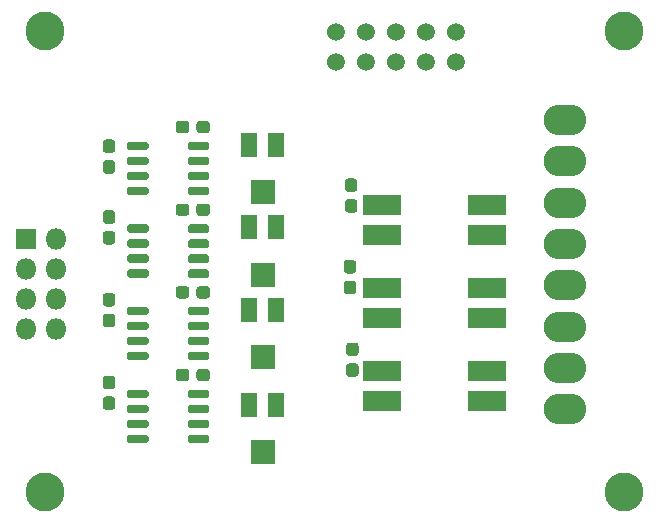
<source format=gbr>
%TF.GenerationSoftware,KiCad,Pcbnew,5.1.6-c6e7f7d~87~ubuntu18.04.1*%
%TF.CreationDate,2022-03-05T00:13:30+01:00*%
%TF.ProjectId,door_ext_photorelay,646f6f72-5f65-4787-945f-70686f746f72,rev?*%
%TF.SameCoordinates,Original*%
%TF.FileFunction,Soldermask,Top*%
%TF.FilePolarity,Negative*%
%FSLAX46Y46*%
G04 Gerber Fmt 4.6, Leading zero omitted, Abs format (unit mm)*
G04 Created by KiCad (PCBNEW 5.1.6-c6e7f7d~87~ubuntu18.04.1) date 2022-03-05 00:13:30*
%MOMM*%
%LPD*%
G01*
G04 APERTURE LIST*
%ADD10R,1.800000X1.800000*%
%ADD11O,1.800000X1.800000*%
%ADD12C,1.522400*%
%ADD13O,3.600000X2.600000*%
%ADD14R,1.400000X2.100000*%
%ADD15R,2.100000X2.100000*%
%ADD16R,3.200000X1.700000*%
%ADD17C,3.300000*%
G04 APERTURE END LIST*
%TO.C,C1*%
G36*
G01*
X141950000Y-65837500D02*
X141950000Y-66362500D01*
G75*
G02*
X141687500Y-66625000I-262500J0D01*
G01*
X141062500Y-66625000D01*
G75*
G02*
X140800000Y-66362500I0J262500D01*
G01*
X140800000Y-65837500D01*
G75*
G02*
X141062500Y-65575000I262500J0D01*
G01*
X141687500Y-65575000D01*
G75*
G02*
X141950000Y-65837500I0J-262500D01*
G01*
G37*
G36*
G01*
X140200000Y-65837500D02*
X140200000Y-66362500D01*
G75*
G02*
X139937500Y-66625000I-262500J0D01*
G01*
X139312500Y-66625000D01*
G75*
G02*
X139050000Y-66362500I0J262500D01*
G01*
X139050000Y-65837500D01*
G75*
G02*
X139312500Y-65575000I262500J0D01*
G01*
X139937500Y-65575000D01*
G75*
G02*
X140200000Y-65837500I0J-262500D01*
G01*
G37*
%TD*%
%TO.C,C2*%
G36*
G01*
X140200000Y-51837500D02*
X140200000Y-52362500D01*
G75*
G02*
X139937500Y-52625000I-262500J0D01*
G01*
X139312500Y-52625000D01*
G75*
G02*
X139050000Y-52362500I0J262500D01*
G01*
X139050000Y-51837500D01*
G75*
G02*
X139312500Y-51575000I262500J0D01*
G01*
X139937500Y-51575000D01*
G75*
G02*
X140200000Y-51837500I0J-262500D01*
G01*
G37*
G36*
G01*
X141950000Y-51837500D02*
X141950000Y-52362500D01*
G75*
G02*
X141687500Y-52625000I-262500J0D01*
G01*
X141062500Y-52625000D01*
G75*
G02*
X140800000Y-52362500I0J262500D01*
G01*
X140800000Y-51837500D01*
G75*
G02*
X141062500Y-51575000I262500J0D01*
G01*
X141687500Y-51575000D01*
G75*
G02*
X141950000Y-51837500I0J-262500D01*
G01*
G37*
%TD*%
%TO.C,C3*%
G36*
G01*
X141950000Y-44837500D02*
X141950000Y-45362500D01*
G75*
G02*
X141687500Y-45625000I-262500J0D01*
G01*
X141062500Y-45625000D01*
G75*
G02*
X140800000Y-45362500I0J262500D01*
G01*
X140800000Y-44837500D01*
G75*
G02*
X141062500Y-44575000I262500J0D01*
G01*
X141687500Y-44575000D01*
G75*
G02*
X141950000Y-44837500I0J-262500D01*
G01*
G37*
G36*
G01*
X140200000Y-44837500D02*
X140200000Y-45362500D01*
G75*
G02*
X139937500Y-45625000I-262500J0D01*
G01*
X139312500Y-45625000D01*
G75*
G02*
X139050000Y-45362500I0J262500D01*
G01*
X139050000Y-44837500D01*
G75*
G02*
X139312500Y-44575000I262500J0D01*
G01*
X139937500Y-44575000D01*
G75*
G02*
X140200000Y-44837500I0J-262500D01*
G01*
G37*
%TD*%
%TO.C,C4*%
G36*
G01*
X140200000Y-58837500D02*
X140200000Y-59362500D01*
G75*
G02*
X139937500Y-59625000I-262500J0D01*
G01*
X139312500Y-59625000D01*
G75*
G02*
X139050000Y-59362500I0J262500D01*
G01*
X139050000Y-58837500D01*
G75*
G02*
X139312500Y-58575000I262500J0D01*
G01*
X139937500Y-58575000D01*
G75*
G02*
X140200000Y-58837500I0J-262500D01*
G01*
G37*
G36*
G01*
X141950000Y-58837500D02*
X141950000Y-59362500D01*
G75*
G02*
X141687500Y-59625000I-262500J0D01*
G01*
X141062500Y-59625000D01*
G75*
G02*
X140800000Y-59362500I0J262500D01*
G01*
X140800000Y-58837500D01*
G75*
G02*
X141062500Y-58575000I262500J0D01*
G01*
X141687500Y-58575000D01*
G75*
G02*
X141950000Y-58837500I0J-262500D01*
G01*
G37*
%TD*%
D10*
%TO.C,J1*%
X126400000Y-54600000D03*
D11*
X128940000Y-54600000D03*
X126400000Y-57140000D03*
X128940000Y-57140000D03*
X126400000Y-59680000D03*
X128940000Y-59680000D03*
X126400000Y-62220000D03*
X128940000Y-62220000D03*
%TD*%
D12*
%TO.C,J2*%
X162780000Y-37030000D03*
X162780000Y-39570000D03*
X160240000Y-37030000D03*
X160240000Y-39570000D03*
X157700000Y-37030000D03*
X157700000Y-39570000D03*
X155160000Y-37030000D03*
X155160000Y-39570000D03*
X152620000Y-37030000D03*
X152620000Y-39570000D03*
%TD*%
D13*
%TO.C,J3*%
X172000000Y-69000000D03*
X172000000Y-65502420D03*
X172000000Y-62002300D03*
X172000000Y-58502180D03*
X172000000Y-55000000D03*
X172000000Y-51500000D03*
X172000000Y-48000000D03*
X172000000Y-44500000D03*
%TD*%
%TO.C,R1*%
G36*
G01*
X133137500Y-47900000D02*
X133662500Y-47900000D01*
G75*
G02*
X133925000Y-48162500I0J-262500D01*
G01*
X133925000Y-48787500D01*
G75*
G02*
X133662500Y-49050000I-262500J0D01*
G01*
X133137500Y-49050000D01*
G75*
G02*
X132875000Y-48787500I0J262500D01*
G01*
X132875000Y-48162500D01*
G75*
G02*
X133137500Y-47900000I262500J0D01*
G01*
G37*
G36*
G01*
X133137500Y-46150000D02*
X133662500Y-46150000D01*
G75*
G02*
X133925000Y-46412500I0J-262500D01*
G01*
X133925000Y-47037500D01*
G75*
G02*
X133662500Y-47300000I-262500J0D01*
G01*
X133137500Y-47300000D01*
G75*
G02*
X132875000Y-47037500I0J262500D01*
G01*
X132875000Y-46412500D01*
G75*
G02*
X133137500Y-46150000I262500J0D01*
G01*
G37*
%TD*%
%TO.C,R2*%
G36*
G01*
X133137500Y-52150000D02*
X133662500Y-52150000D01*
G75*
G02*
X133925000Y-52412500I0J-262500D01*
G01*
X133925000Y-53037500D01*
G75*
G02*
X133662500Y-53300000I-262500J0D01*
G01*
X133137500Y-53300000D01*
G75*
G02*
X132875000Y-53037500I0J262500D01*
G01*
X132875000Y-52412500D01*
G75*
G02*
X133137500Y-52150000I262500J0D01*
G01*
G37*
G36*
G01*
X133137500Y-53900000D02*
X133662500Y-53900000D01*
G75*
G02*
X133925000Y-54162500I0J-262500D01*
G01*
X133925000Y-54787500D01*
G75*
G02*
X133662500Y-55050000I-262500J0D01*
G01*
X133137500Y-55050000D01*
G75*
G02*
X132875000Y-54787500I0J262500D01*
G01*
X132875000Y-54162500D01*
G75*
G02*
X133137500Y-53900000I262500J0D01*
G01*
G37*
%TD*%
%TO.C,R3*%
G36*
G01*
X133137500Y-60900000D02*
X133662500Y-60900000D01*
G75*
G02*
X133925000Y-61162500I0J-262500D01*
G01*
X133925000Y-61787500D01*
G75*
G02*
X133662500Y-62050000I-262500J0D01*
G01*
X133137500Y-62050000D01*
G75*
G02*
X132875000Y-61787500I0J262500D01*
G01*
X132875000Y-61162500D01*
G75*
G02*
X133137500Y-60900000I262500J0D01*
G01*
G37*
G36*
G01*
X133137500Y-59150000D02*
X133662500Y-59150000D01*
G75*
G02*
X133925000Y-59412500I0J-262500D01*
G01*
X133925000Y-60037500D01*
G75*
G02*
X133662500Y-60300000I-262500J0D01*
G01*
X133137500Y-60300000D01*
G75*
G02*
X132875000Y-60037500I0J262500D01*
G01*
X132875000Y-59412500D01*
G75*
G02*
X133137500Y-59150000I262500J0D01*
G01*
G37*
%TD*%
%TO.C,R4*%
G36*
G01*
X133137500Y-67900000D02*
X133662500Y-67900000D01*
G75*
G02*
X133925000Y-68162500I0J-262500D01*
G01*
X133925000Y-68787500D01*
G75*
G02*
X133662500Y-69050000I-262500J0D01*
G01*
X133137500Y-69050000D01*
G75*
G02*
X132875000Y-68787500I0J262500D01*
G01*
X132875000Y-68162500D01*
G75*
G02*
X133137500Y-67900000I262500J0D01*
G01*
G37*
G36*
G01*
X133137500Y-66150000D02*
X133662500Y-66150000D01*
G75*
G02*
X133925000Y-66412500I0J-262500D01*
G01*
X133925000Y-67037500D01*
G75*
G02*
X133662500Y-67300000I-262500J0D01*
G01*
X133137500Y-67300000D01*
G75*
G02*
X132875000Y-67037500I0J262500D01*
G01*
X132875000Y-66412500D01*
G75*
G02*
X133137500Y-66150000I262500J0D01*
G01*
G37*
%TD*%
%TO.C,R5*%
G36*
G01*
X154262500Y-66250000D02*
X153737500Y-66250000D01*
G75*
G02*
X153475000Y-65987500I0J262500D01*
G01*
X153475000Y-65362500D01*
G75*
G02*
X153737500Y-65100000I262500J0D01*
G01*
X154262500Y-65100000D01*
G75*
G02*
X154525000Y-65362500I0J-262500D01*
G01*
X154525000Y-65987500D01*
G75*
G02*
X154262500Y-66250000I-262500J0D01*
G01*
G37*
G36*
G01*
X154262500Y-64500000D02*
X153737500Y-64500000D01*
G75*
G02*
X153475000Y-64237500I0J262500D01*
G01*
X153475000Y-63612500D01*
G75*
G02*
X153737500Y-63350000I262500J0D01*
G01*
X154262500Y-63350000D01*
G75*
G02*
X154525000Y-63612500I0J-262500D01*
G01*
X154525000Y-64237500D01*
G75*
G02*
X154262500Y-64500000I-262500J0D01*
G01*
G37*
%TD*%
%TO.C,R6*%
G36*
G01*
X154062500Y-59250000D02*
X153537500Y-59250000D01*
G75*
G02*
X153275000Y-58987500I0J262500D01*
G01*
X153275000Y-58362500D01*
G75*
G02*
X153537500Y-58100000I262500J0D01*
G01*
X154062500Y-58100000D01*
G75*
G02*
X154325000Y-58362500I0J-262500D01*
G01*
X154325000Y-58987500D01*
G75*
G02*
X154062500Y-59250000I-262500J0D01*
G01*
G37*
G36*
G01*
X154062500Y-57500000D02*
X153537500Y-57500000D01*
G75*
G02*
X153275000Y-57237500I0J262500D01*
G01*
X153275000Y-56612500D01*
G75*
G02*
X153537500Y-56350000I262500J0D01*
G01*
X154062500Y-56350000D01*
G75*
G02*
X154325000Y-56612500I0J-262500D01*
G01*
X154325000Y-57237500D01*
G75*
G02*
X154062500Y-57500000I-262500J0D01*
G01*
G37*
%TD*%
%TO.C,R7*%
G36*
G01*
X154162500Y-52350000D02*
X153637500Y-52350000D01*
G75*
G02*
X153375000Y-52087500I0J262500D01*
G01*
X153375000Y-51462500D01*
G75*
G02*
X153637500Y-51200000I262500J0D01*
G01*
X154162500Y-51200000D01*
G75*
G02*
X154425000Y-51462500I0J-262500D01*
G01*
X154425000Y-52087500D01*
G75*
G02*
X154162500Y-52350000I-262500J0D01*
G01*
G37*
G36*
G01*
X154162500Y-50600000D02*
X153637500Y-50600000D01*
G75*
G02*
X153375000Y-50337500I0J262500D01*
G01*
X153375000Y-49712500D01*
G75*
G02*
X153637500Y-49450000I262500J0D01*
G01*
X154162500Y-49450000D01*
G75*
G02*
X154425000Y-49712500I0J-262500D01*
G01*
X154425000Y-50337500D01*
G75*
G02*
X154162500Y-50600000I-262500J0D01*
G01*
G37*
%TD*%
D14*
%TO.C,RV1*%
X145250000Y-46600000D03*
D15*
X146400000Y-50600000D03*
D14*
X147550000Y-46600000D03*
%TD*%
%TO.C,RV2*%
X147550000Y-53600000D03*
D15*
X146400000Y-57600000D03*
D14*
X145250000Y-53600000D03*
%TD*%
%TO.C,RV3*%
X145250000Y-60600000D03*
D15*
X146400000Y-64600000D03*
D14*
X147550000Y-60600000D03*
%TD*%
%TO.C,RV4*%
X147550000Y-68600000D03*
D15*
X146400000Y-72600000D03*
D14*
X145250000Y-68600000D03*
%TD*%
%TO.C,U1*%
G36*
G01*
X134900000Y-46870000D02*
X134900000Y-46520000D01*
G75*
G02*
X135075000Y-46345000I175000J0D01*
G01*
X136575000Y-46345000D01*
G75*
G02*
X136750000Y-46520000I0J-175000D01*
G01*
X136750000Y-46870000D01*
G75*
G02*
X136575000Y-47045000I-175000J0D01*
G01*
X135075000Y-47045000D01*
G75*
G02*
X134900000Y-46870000I0J175000D01*
G01*
G37*
G36*
G01*
X134900000Y-48140000D02*
X134900000Y-47790000D01*
G75*
G02*
X135075000Y-47615000I175000J0D01*
G01*
X136575000Y-47615000D01*
G75*
G02*
X136750000Y-47790000I0J-175000D01*
G01*
X136750000Y-48140000D01*
G75*
G02*
X136575000Y-48315000I-175000J0D01*
G01*
X135075000Y-48315000D01*
G75*
G02*
X134900000Y-48140000I0J175000D01*
G01*
G37*
G36*
G01*
X134900000Y-49410000D02*
X134900000Y-49060000D01*
G75*
G02*
X135075000Y-48885000I175000J0D01*
G01*
X136575000Y-48885000D01*
G75*
G02*
X136750000Y-49060000I0J-175000D01*
G01*
X136750000Y-49410000D01*
G75*
G02*
X136575000Y-49585000I-175000J0D01*
G01*
X135075000Y-49585000D01*
G75*
G02*
X134900000Y-49410000I0J175000D01*
G01*
G37*
G36*
G01*
X134900000Y-50680000D02*
X134900000Y-50330000D01*
G75*
G02*
X135075000Y-50155000I175000J0D01*
G01*
X136575000Y-50155000D01*
G75*
G02*
X136750000Y-50330000I0J-175000D01*
G01*
X136750000Y-50680000D01*
G75*
G02*
X136575000Y-50855000I-175000J0D01*
G01*
X135075000Y-50855000D01*
G75*
G02*
X134900000Y-50680000I0J175000D01*
G01*
G37*
G36*
G01*
X140050000Y-50680000D02*
X140050000Y-50330000D01*
G75*
G02*
X140225000Y-50155000I175000J0D01*
G01*
X141725000Y-50155000D01*
G75*
G02*
X141900000Y-50330000I0J-175000D01*
G01*
X141900000Y-50680000D01*
G75*
G02*
X141725000Y-50855000I-175000J0D01*
G01*
X140225000Y-50855000D01*
G75*
G02*
X140050000Y-50680000I0J175000D01*
G01*
G37*
G36*
G01*
X140050000Y-49410000D02*
X140050000Y-49060000D01*
G75*
G02*
X140225000Y-48885000I175000J0D01*
G01*
X141725000Y-48885000D01*
G75*
G02*
X141900000Y-49060000I0J-175000D01*
G01*
X141900000Y-49410000D01*
G75*
G02*
X141725000Y-49585000I-175000J0D01*
G01*
X140225000Y-49585000D01*
G75*
G02*
X140050000Y-49410000I0J175000D01*
G01*
G37*
G36*
G01*
X140050000Y-48140000D02*
X140050000Y-47790000D01*
G75*
G02*
X140225000Y-47615000I175000J0D01*
G01*
X141725000Y-47615000D01*
G75*
G02*
X141900000Y-47790000I0J-175000D01*
G01*
X141900000Y-48140000D01*
G75*
G02*
X141725000Y-48315000I-175000J0D01*
G01*
X140225000Y-48315000D01*
G75*
G02*
X140050000Y-48140000I0J175000D01*
G01*
G37*
G36*
G01*
X140050000Y-46870000D02*
X140050000Y-46520000D01*
G75*
G02*
X140225000Y-46345000I175000J0D01*
G01*
X141725000Y-46345000D01*
G75*
G02*
X141900000Y-46520000I0J-175000D01*
G01*
X141900000Y-46870000D01*
G75*
G02*
X141725000Y-47045000I-175000J0D01*
G01*
X140225000Y-47045000D01*
G75*
G02*
X140050000Y-46870000I0J175000D01*
G01*
G37*
%TD*%
%TO.C,U2*%
G36*
G01*
X140050000Y-53870000D02*
X140050000Y-53520000D01*
G75*
G02*
X140225000Y-53345000I175000J0D01*
G01*
X141725000Y-53345000D01*
G75*
G02*
X141900000Y-53520000I0J-175000D01*
G01*
X141900000Y-53870000D01*
G75*
G02*
X141725000Y-54045000I-175000J0D01*
G01*
X140225000Y-54045000D01*
G75*
G02*
X140050000Y-53870000I0J175000D01*
G01*
G37*
G36*
G01*
X140050000Y-55140000D02*
X140050000Y-54790000D01*
G75*
G02*
X140225000Y-54615000I175000J0D01*
G01*
X141725000Y-54615000D01*
G75*
G02*
X141900000Y-54790000I0J-175000D01*
G01*
X141900000Y-55140000D01*
G75*
G02*
X141725000Y-55315000I-175000J0D01*
G01*
X140225000Y-55315000D01*
G75*
G02*
X140050000Y-55140000I0J175000D01*
G01*
G37*
G36*
G01*
X140050000Y-56410000D02*
X140050000Y-56060000D01*
G75*
G02*
X140225000Y-55885000I175000J0D01*
G01*
X141725000Y-55885000D01*
G75*
G02*
X141900000Y-56060000I0J-175000D01*
G01*
X141900000Y-56410000D01*
G75*
G02*
X141725000Y-56585000I-175000J0D01*
G01*
X140225000Y-56585000D01*
G75*
G02*
X140050000Y-56410000I0J175000D01*
G01*
G37*
G36*
G01*
X140050000Y-57680000D02*
X140050000Y-57330000D01*
G75*
G02*
X140225000Y-57155000I175000J0D01*
G01*
X141725000Y-57155000D01*
G75*
G02*
X141900000Y-57330000I0J-175000D01*
G01*
X141900000Y-57680000D01*
G75*
G02*
X141725000Y-57855000I-175000J0D01*
G01*
X140225000Y-57855000D01*
G75*
G02*
X140050000Y-57680000I0J175000D01*
G01*
G37*
G36*
G01*
X134900000Y-57680000D02*
X134900000Y-57330000D01*
G75*
G02*
X135075000Y-57155000I175000J0D01*
G01*
X136575000Y-57155000D01*
G75*
G02*
X136750000Y-57330000I0J-175000D01*
G01*
X136750000Y-57680000D01*
G75*
G02*
X136575000Y-57855000I-175000J0D01*
G01*
X135075000Y-57855000D01*
G75*
G02*
X134900000Y-57680000I0J175000D01*
G01*
G37*
G36*
G01*
X134900000Y-56410000D02*
X134900000Y-56060000D01*
G75*
G02*
X135075000Y-55885000I175000J0D01*
G01*
X136575000Y-55885000D01*
G75*
G02*
X136750000Y-56060000I0J-175000D01*
G01*
X136750000Y-56410000D01*
G75*
G02*
X136575000Y-56585000I-175000J0D01*
G01*
X135075000Y-56585000D01*
G75*
G02*
X134900000Y-56410000I0J175000D01*
G01*
G37*
G36*
G01*
X134900000Y-55140000D02*
X134900000Y-54790000D01*
G75*
G02*
X135075000Y-54615000I175000J0D01*
G01*
X136575000Y-54615000D01*
G75*
G02*
X136750000Y-54790000I0J-175000D01*
G01*
X136750000Y-55140000D01*
G75*
G02*
X136575000Y-55315000I-175000J0D01*
G01*
X135075000Y-55315000D01*
G75*
G02*
X134900000Y-55140000I0J175000D01*
G01*
G37*
G36*
G01*
X134900000Y-53870000D02*
X134900000Y-53520000D01*
G75*
G02*
X135075000Y-53345000I175000J0D01*
G01*
X136575000Y-53345000D01*
G75*
G02*
X136750000Y-53520000I0J-175000D01*
G01*
X136750000Y-53870000D01*
G75*
G02*
X136575000Y-54045000I-175000J0D01*
G01*
X135075000Y-54045000D01*
G75*
G02*
X134900000Y-53870000I0J175000D01*
G01*
G37*
%TD*%
%TO.C,U3*%
G36*
G01*
X134900000Y-60870000D02*
X134900000Y-60520000D01*
G75*
G02*
X135075000Y-60345000I175000J0D01*
G01*
X136575000Y-60345000D01*
G75*
G02*
X136750000Y-60520000I0J-175000D01*
G01*
X136750000Y-60870000D01*
G75*
G02*
X136575000Y-61045000I-175000J0D01*
G01*
X135075000Y-61045000D01*
G75*
G02*
X134900000Y-60870000I0J175000D01*
G01*
G37*
G36*
G01*
X134900000Y-62140000D02*
X134900000Y-61790000D01*
G75*
G02*
X135075000Y-61615000I175000J0D01*
G01*
X136575000Y-61615000D01*
G75*
G02*
X136750000Y-61790000I0J-175000D01*
G01*
X136750000Y-62140000D01*
G75*
G02*
X136575000Y-62315000I-175000J0D01*
G01*
X135075000Y-62315000D01*
G75*
G02*
X134900000Y-62140000I0J175000D01*
G01*
G37*
G36*
G01*
X134900000Y-63410000D02*
X134900000Y-63060000D01*
G75*
G02*
X135075000Y-62885000I175000J0D01*
G01*
X136575000Y-62885000D01*
G75*
G02*
X136750000Y-63060000I0J-175000D01*
G01*
X136750000Y-63410000D01*
G75*
G02*
X136575000Y-63585000I-175000J0D01*
G01*
X135075000Y-63585000D01*
G75*
G02*
X134900000Y-63410000I0J175000D01*
G01*
G37*
G36*
G01*
X134900000Y-64680000D02*
X134900000Y-64330000D01*
G75*
G02*
X135075000Y-64155000I175000J0D01*
G01*
X136575000Y-64155000D01*
G75*
G02*
X136750000Y-64330000I0J-175000D01*
G01*
X136750000Y-64680000D01*
G75*
G02*
X136575000Y-64855000I-175000J0D01*
G01*
X135075000Y-64855000D01*
G75*
G02*
X134900000Y-64680000I0J175000D01*
G01*
G37*
G36*
G01*
X140050000Y-64680000D02*
X140050000Y-64330000D01*
G75*
G02*
X140225000Y-64155000I175000J0D01*
G01*
X141725000Y-64155000D01*
G75*
G02*
X141900000Y-64330000I0J-175000D01*
G01*
X141900000Y-64680000D01*
G75*
G02*
X141725000Y-64855000I-175000J0D01*
G01*
X140225000Y-64855000D01*
G75*
G02*
X140050000Y-64680000I0J175000D01*
G01*
G37*
G36*
G01*
X140050000Y-63410000D02*
X140050000Y-63060000D01*
G75*
G02*
X140225000Y-62885000I175000J0D01*
G01*
X141725000Y-62885000D01*
G75*
G02*
X141900000Y-63060000I0J-175000D01*
G01*
X141900000Y-63410000D01*
G75*
G02*
X141725000Y-63585000I-175000J0D01*
G01*
X140225000Y-63585000D01*
G75*
G02*
X140050000Y-63410000I0J175000D01*
G01*
G37*
G36*
G01*
X140050000Y-62140000D02*
X140050000Y-61790000D01*
G75*
G02*
X140225000Y-61615000I175000J0D01*
G01*
X141725000Y-61615000D01*
G75*
G02*
X141900000Y-61790000I0J-175000D01*
G01*
X141900000Y-62140000D01*
G75*
G02*
X141725000Y-62315000I-175000J0D01*
G01*
X140225000Y-62315000D01*
G75*
G02*
X140050000Y-62140000I0J175000D01*
G01*
G37*
G36*
G01*
X140050000Y-60870000D02*
X140050000Y-60520000D01*
G75*
G02*
X140225000Y-60345000I175000J0D01*
G01*
X141725000Y-60345000D01*
G75*
G02*
X141900000Y-60520000I0J-175000D01*
G01*
X141900000Y-60870000D01*
G75*
G02*
X141725000Y-61045000I-175000J0D01*
G01*
X140225000Y-61045000D01*
G75*
G02*
X140050000Y-60870000I0J175000D01*
G01*
G37*
%TD*%
%TO.C,U4*%
G36*
G01*
X134900000Y-67870000D02*
X134900000Y-67520000D01*
G75*
G02*
X135075000Y-67345000I175000J0D01*
G01*
X136575000Y-67345000D01*
G75*
G02*
X136750000Y-67520000I0J-175000D01*
G01*
X136750000Y-67870000D01*
G75*
G02*
X136575000Y-68045000I-175000J0D01*
G01*
X135075000Y-68045000D01*
G75*
G02*
X134900000Y-67870000I0J175000D01*
G01*
G37*
G36*
G01*
X134900000Y-69140000D02*
X134900000Y-68790000D01*
G75*
G02*
X135075000Y-68615000I175000J0D01*
G01*
X136575000Y-68615000D01*
G75*
G02*
X136750000Y-68790000I0J-175000D01*
G01*
X136750000Y-69140000D01*
G75*
G02*
X136575000Y-69315000I-175000J0D01*
G01*
X135075000Y-69315000D01*
G75*
G02*
X134900000Y-69140000I0J175000D01*
G01*
G37*
G36*
G01*
X134900000Y-70410000D02*
X134900000Y-70060000D01*
G75*
G02*
X135075000Y-69885000I175000J0D01*
G01*
X136575000Y-69885000D01*
G75*
G02*
X136750000Y-70060000I0J-175000D01*
G01*
X136750000Y-70410000D01*
G75*
G02*
X136575000Y-70585000I-175000J0D01*
G01*
X135075000Y-70585000D01*
G75*
G02*
X134900000Y-70410000I0J175000D01*
G01*
G37*
G36*
G01*
X134900000Y-71680000D02*
X134900000Y-71330000D01*
G75*
G02*
X135075000Y-71155000I175000J0D01*
G01*
X136575000Y-71155000D01*
G75*
G02*
X136750000Y-71330000I0J-175000D01*
G01*
X136750000Y-71680000D01*
G75*
G02*
X136575000Y-71855000I-175000J0D01*
G01*
X135075000Y-71855000D01*
G75*
G02*
X134900000Y-71680000I0J175000D01*
G01*
G37*
G36*
G01*
X140050000Y-71680000D02*
X140050000Y-71330000D01*
G75*
G02*
X140225000Y-71155000I175000J0D01*
G01*
X141725000Y-71155000D01*
G75*
G02*
X141900000Y-71330000I0J-175000D01*
G01*
X141900000Y-71680000D01*
G75*
G02*
X141725000Y-71855000I-175000J0D01*
G01*
X140225000Y-71855000D01*
G75*
G02*
X140050000Y-71680000I0J175000D01*
G01*
G37*
G36*
G01*
X140050000Y-70410000D02*
X140050000Y-70060000D01*
G75*
G02*
X140225000Y-69885000I175000J0D01*
G01*
X141725000Y-69885000D01*
G75*
G02*
X141900000Y-70060000I0J-175000D01*
G01*
X141900000Y-70410000D01*
G75*
G02*
X141725000Y-70585000I-175000J0D01*
G01*
X140225000Y-70585000D01*
G75*
G02*
X140050000Y-70410000I0J175000D01*
G01*
G37*
G36*
G01*
X140050000Y-69140000D02*
X140050000Y-68790000D01*
G75*
G02*
X140225000Y-68615000I175000J0D01*
G01*
X141725000Y-68615000D01*
G75*
G02*
X141900000Y-68790000I0J-175000D01*
G01*
X141900000Y-69140000D01*
G75*
G02*
X141725000Y-69315000I-175000J0D01*
G01*
X140225000Y-69315000D01*
G75*
G02*
X140050000Y-69140000I0J175000D01*
G01*
G37*
G36*
G01*
X140050000Y-67870000D02*
X140050000Y-67520000D01*
G75*
G02*
X140225000Y-67345000I175000J0D01*
G01*
X141725000Y-67345000D01*
G75*
G02*
X141900000Y-67520000I0J-175000D01*
G01*
X141900000Y-67870000D01*
G75*
G02*
X141725000Y-68045000I-175000J0D01*
G01*
X140225000Y-68045000D01*
G75*
G02*
X140050000Y-67870000I0J175000D01*
G01*
G37*
%TD*%
D16*
%TO.C,U6*%
X156555000Y-65730000D03*
X165445000Y-68270000D03*
X156555000Y-68270000D03*
X165445000Y-65730000D03*
%TD*%
%TO.C,U7*%
X156555000Y-58730000D03*
X165445000Y-61270000D03*
X156555000Y-61270000D03*
X165445000Y-58730000D03*
%TD*%
%TO.C,U8*%
X165445000Y-51730000D03*
X156555000Y-54270000D03*
X165445000Y-54270000D03*
X156555000Y-51730000D03*
%TD*%
D17*
%TO.C,H1*%
X177000000Y-37000000D03*
%TD*%
%TO.C,H2*%
X128000000Y-37000000D03*
%TD*%
%TO.C,H3*%
X128000000Y-76000000D03*
%TD*%
%TO.C,H4*%
X177000000Y-76000000D03*
%TD*%
M02*

</source>
